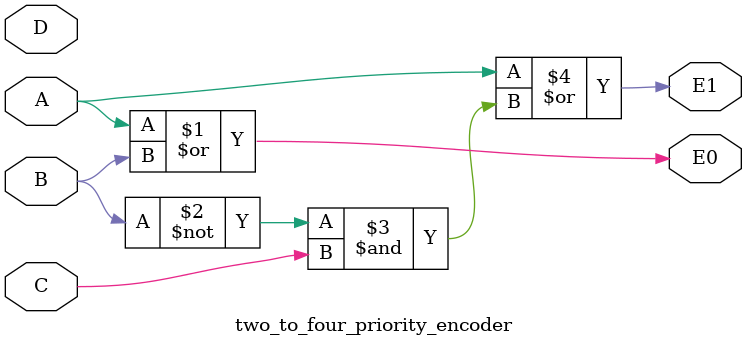
<source format=v>
`timescale 1ns / 1ps

module two_to_four_priority_encoder(A, B, C, D, E0, E1);
    input A, B, C, D;
    output E0, E1;

    assign E0 = A | B;
    assign E1 = A | (~B & C);
endmodule

</source>
